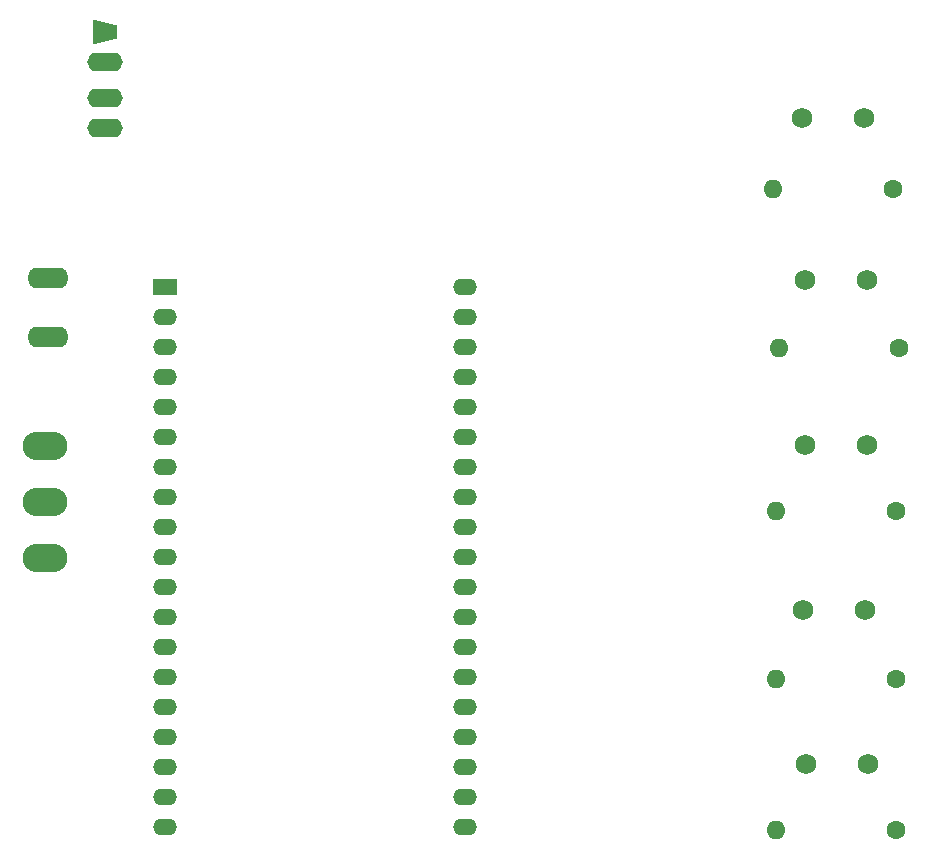
<source format=gbr>
%TF.GenerationSoftware,KiCad,Pcbnew,7.0.1*%
%TF.CreationDate,2023-12-02T06:41:28-07:00*%
%TF.ProjectId,ARC_Remote,4152435f-5265-46d6-9f74-652e6b696361,rev?*%
%TF.SameCoordinates,Original*%
%TF.FileFunction,Soldermask,Bot*%
%TF.FilePolarity,Negative*%
%FSLAX46Y46*%
G04 Gerber Fmt 4.6, Leading zero omitted, Abs format (unit mm)*
G04 Created by KiCad (PCBNEW 7.0.1) date 2023-12-02 06:41:28*
%MOMM*%
%LPD*%
G01*
G04 APERTURE LIST*
G04 Aperture macros list*
%AMOutline4P*
0 Free polygon, 4 corners , with rotation*
0 The origin of the aperture is its center*
0 number of corners: always 4*
0 $1 to $8 corner X, Y*
0 $9 Rotation angle, in degrees counterclockwise*
0 create outline with 4 corners*
4,1,4,$1,$2,$3,$4,$5,$6,$7,$8,$1,$2,$9*%
G04 Aperture macros list end*
%ADD10C,1.750000*%
%ADD11O,3.500000X1.750000*%
%ADD12C,1.600000*%
%ADD13O,1.600000X1.600000*%
%ADD14R,2.000000X1.400000*%
%ADD15O,2.000000X1.400000*%
%ADD16Outline4P,-1.000000X-1.050000X1.000000X-0.550000X1.000000X0.550000X-1.000000X1.050000X0.000000*%
%ADD17O,3.000000X1.600000*%
%ADD18O,3.800000X2.400000*%
G04 APERTURE END LIST*
D10*
%TO.C,SW6*%
X112750000Y-88899993D03*
X117950013Y-88899993D03*
%TD*%
D11*
%TO.C,U2*%
X48500000Y-47750000D03*
X48500000Y-52750000D03*
%TD*%
D12*
%TO.C,R4*%
X120330000Y-81750000D03*
D13*
X110170000Y-81750000D03*
%TD*%
D12*
%TO.C,R5*%
X120330000Y-94500000D03*
D13*
X110170000Y-94500000D03*
%TD*%
D14*
%TO.C,U1*%
X58464987Y-48498127D03*
D15*
X58464987Y-51038127D03*
X58464987Y-53578127D03*
X58464987Y-56118127D03*
X58464987Y-58658127D03*
X58464987Y-61198127D03*
X58464987Y-63738127D03*
X58464987Y-66278127D03*
X58464987Y-68818127D03*
X58464987Y-71358127D03*
X58464987Y-73898127D03*
X58464987Y-76438127D03*
X58464987Y-78978127D03*
X58464987Y-81518127D03*
X58464987Y-84058127D03*
X58464987Y-86598127D03*
X58464987Y-89138127D03*
X58464987Y-91678127D03*
X58464987Y-94218127D03*
X83861307Y-94215407D03*
X83861307Y-91675407D03*
X83864987Y-89138127D03*
X83864987Y-86598127D03*
X83864987Y-84058127D03*
X83864987Y-81518127D03*
X83864987Y-78978127D03*
X83864987Y-76438127D03*
X83864987Y-73898127D03*
X83864987Y-71358127D03*
X83864987Y-68818127D03*
X83864987Y-66278127D03*
X83864987Y-63738127D03*
X83864987Y-61198127D03*
X83864987Y-58658127D03*
X83864987Y-56118127D03*
X83864987Y-53578127D03*
X83864987Y-51038127D03*
X83864987Y-48498127D03*
%TD*%
D12*
%TO.C,R1*%
X120080000Y-40250000D03*
D13*
X109920000Y-40250000D03*
%TD*%
D10*
%TO.C,SW2*%
X112400000Y-34187493D03*
X117600013Y-34187493D03*
%TD*%
D16*
%TO.C,IO1*%
X53400000Y-26950000D03*
D17*
X53400000Y-29510000D03*
X53400000Y-32490000D03*
X53400000Y-35050000D03*
%TD*%
D10*
%TO.C,SW5*%
X112500000Y-75899993D03*
X117700013Y-75899993D03*
%TD*%
D12*
%TO.C,R2*%
X120580000Y-53675000D03*
D13*
X110420000Y-53675000D03*
%TD*%
D10*
%TO.C,SW3*%
X112650000Y-47937493D03*
X117850013Y-47937493D03*
%TD*%
D18*
%TO.C,SW1*%
X48250000Y-62000000D03*
X48250000Y-66720000D03*
X48250000Y-71440000D03*
%TD*%
D10*
%TO.C,SW4*%
X112650000Y-61937493D03*
X117850013Y-61937493D03*
%TD*%
D12*
%TO.C,R3*%
X120330000Y-67500000D03*
D13*
X110170000Y-67500000D03*
%TD*%
M02*

</source>
